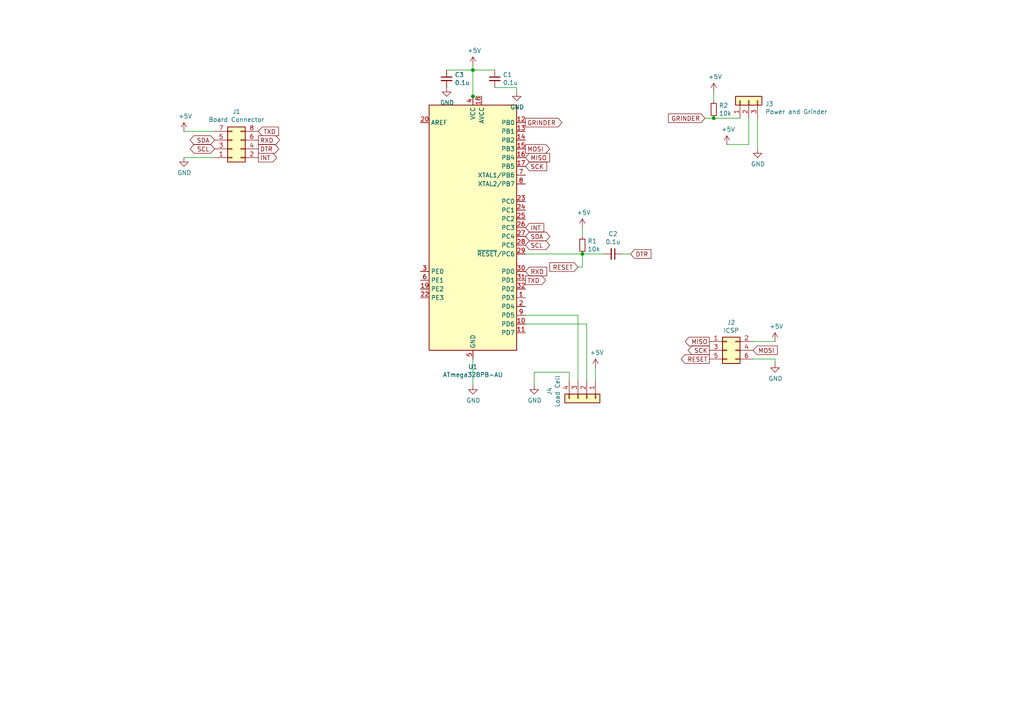
<source format=kicad_sch>
(kicad_sch (version 20230121) (generator eeschema)
  (paper "A4")
  (lib_symbols
    (symbol "Connector_Generic:Conn_01x03" (pin_names (offset 1.016) hide)
      (property "Reference" "J" (at 0 5.08 0))
      (property "Value" "Conn_01x03" (at 0 -5.08 0))
      (symbol "Conn_01x03_1_1"
        (rectangle (start -1.27 -2.413) (end 0 -2.667) (stroke (width 0.1524)))
        (rectangle (start -1.27 0.127) (end 0 -0.127) (stroke (width 0.1524)))
        (rectangle (start -1.27 2.667) (end 0 2.413) (stroke (width 0.1524)))
        (rectangle (start -1.27 3.81) (end 1.27 -3.81) (stroke (width 0.254)) (fill (type background)))
        (pin passive line (at -5.08 2.54 0) (length 3.81) (name "Pin_1") (number "1"))
        (pin passive line (at -5.08 0 0) (length 3.81) (name "Pin_2") (number "2"))
        (pin passive line (at -5.08 -2.54 0) (length 3.81) (name "Pin_3") (number "3"))
      )
    )
    (symbol "Connector_Generic:Conn_01x04" (pin_names (offset 1.016) hide)
      (property "Reference" "J" (at 0 5.08 0))
      (property "Value" "Conn_01x04" (at 0 -7.62 0))
      (symbol "Conn_01x04_1_1"
        (rectangle (start -1.27 -4.953) (end 0 -5.207) (stroke (width 0.1524)))
        (rectangle (start -1.27 -2.413) (end 0 -2.667) (stroke (width 0.1524)))
        (rectangle (start -1.27 0.127) (end 0 -0.127) (stroke (width 0.1524)))
        (rectangle (start -1.27 2.667) (end 0 2.413) (stroke (width 0.1524)))
        (rectangle (start -1.27 3.81) (end 1.27 -6.35) (stroke (width 0.254)) (fill (type background)))
        (pin passive line (at -5.08 2.54 0) (length 3.81) (name "Pin_1") (number "1"))
        (pin passive line (at -5.08 0 0) (length 3.81) (name "Pin_2") (number "2"))
        (pin passive line (at -5.08 -2.54 0) (length 3.81) (name "Pin_3") (number "3"))
        (pin passive line (at -5.08 -5.08 0) (length 3.81) (name "Pin_4") (number "4"))
      )
    )
    (symbol "Connector_Generic:Conn_02x03_Odd_Even" (pin_names (offset 1.016) hide)
      (property "Reference" "J" (at 1.27 5.08 0))
      (property "Value" "Conn_02x03_Odd_Even" (at 1.27 -5.08 0))
      (symbol "Conn_02x03_Odd_Even_1_1"
        (rectangle (start -1.27 -2.413) (end 0 -2.667) (stroke (width 0.1524)))
        (rectangle (start -1.27 0.127) (end 0 -0.127) (stroke (width 0.1524)))
        (rectangle (start -1.27 2.667) (end 0 2.413) (stroke (width 0.1524)))
        (rectangle (start -1.27 3.81) (end 3.81 -3.81) (stroke (width 0.254)) (fill (type background)))
        (rectangle (start 3.81 -2.413) (end 2.54 -2.667) (stroke (width 0.1524)))
        (rectangle (start 3.81 0.127) (end 2.54 -0.127) (stroke (width 0.1524)))
        (rectangle (start 3.81 2.667) (end 2.54 2.413) (stroke (width 0.1524)))
        (pin passive line (at -5.08 2.54 0) (length 3.81) (name "Pin_1") (number "1"))
        (pin passive line (at 7.62 2.54 180) (length 3.81) (name "Pin_2") (number "2"))
        (pin passive line (at -5.08 0 0) (length 3.81) (name "Pin_3") (number "3"))
        (pin passive line (at 7.62 0 180) (length 3.81) (name "Pin_4") (number "4"))
        (pin passive line (at -5.08 -2.54 0) (length 3.81) (name "Pin_5") (number "5"))
        (pin passive line (at 7.62 -2.54 180) (length 3.81) (name "Pin_6") (number "6"))
      )
    )
    (symbol "Connector_Generic:Conn_02x04_Odd_Even" (pin_names (offset 1.016) hide)
      (property "Reference" "J" (at 1.27 5.08 0))
      (property "Value" "Conn_02x04_Odd_Even" (at 1.27 -7.62 0))
      (symbol "Conn_02x04_Odd_Even_1_1"
        (rectangle (start -1.27 -4.953) (end 0 -5.207) (stroke (width 0.1524)))
        (rectangle (start -1.27 -2.413) (end 0 -2.667) (stroke (width 0.1524)))
        (rectangle (start -1.27 0.127) (end 0 -0.127) (stroke (width 0.1524)))
        (rectangle (start -1.27 2.667) (end 0 2.413) (stroke (width 0.1524)))
        (rectangle (start -1.27 3.81) (end 3.81 -6.35) (stroke (width 0.254)) (fill (type background)))
        (rectangle (start 3.81 -4.953) (end 2.54 -5.207) (stroke (width 0.1524)))
        (rectangle (start 3.81 -2.413) (end 2.54 -2.667) (stroke (width 0.1524)))
        (rectangle (start 3.81 0.127) (end 2.54 -0.127) (stroke (width 0.1524)))
        (rectangle (start 3.81 2.667) (end 2.54 2.413) (stroke (width 0.1524)))
        (pin passive line (at -5.08 2.54 0) (length 3.81) (name "Pin_1") (number "1"))
        (pin passive line (at 7.62 2.54 180) (length 3.81) (name "Pin_2") (number "2"))
        (pin passive line (at -5.08 0 0) (length 3.81) (name "Pin_3") (number "3"))
        (pin passive line (at 7.62 0 180) (length 3.81) (name "Pin_4") (number "4"))
        (pin passive line (at -5.08 -2.54 0) (length 3.81) (name "Pin_5") (number "5"))
        (pin passive line (at 7.62 -2.54 180) (length 3.81) (name "Pin_6") (number "6"))
        (pin passive line (at -5.08 -5.08 0) (length 3.81) (name "Pin_7") (number "7"))
        (pin passive line (at 7.62 -5.08 180) (length 3.81) (name "Pin_8") (number "8"))
      )
    )
    (symbol "Device:C_Small" (pin_numbers hide) (pin_names (offset 0.254) hide)
      (property "Reference" "C" (at 0.254 1.778 0))
      (property "Value" "C_Small" (at 0.254 -2.032 0))
      (symbol "C_Small_0_1"
        (polyline (pts (xy -1.524 -0.508) (xy 1.524 -0.508)) (stroke (width 0.3302)))
        (polyline (pts (xy -1.524 0.508) (xy 1.524 0.508)) (stroke (width 0.3048)))
      )
      (symbol "C_Small_1_1"
        (pin passive line (at 0 2.54 270) (length 2.032) (name "~") (number "1"))
        (pin passive line (at 0 -2.54 90) (length 2.032) (name "~") (number "2"))
      )
    )
    (symbol "Device:R_Small" (pin_numbers hide) (pin_names (offset 0.254) hide)
      (property "Reference" "R" (at 0.762 0.508 0))
      (property "Value" "R_Small" (at 0.762 -1.016 0))
      (symbol "R_Small_0_1"
        (rectangle (start -0.762 1.778) (end 0.762 -1.778) (stroke (width 0.2032)))
      )
      (symbol "R_Small_1_1"
        (pin passive line (at 0 2.54 270) (length 0.762) (name "~") (number "1"))
        (pin passive line (at 0 -2.54 90) (length 0.762) (name "~") (number "2"))
      )
    )
    (symbol "controller-rescue:ATmega328PB-AU-MCU_Microchip_ATmega"
      (property "Reference" "U" (at -12.7 36.83 0))
      (property "Value" "MCU_Microchip_ATmega_ATmega328PB-AU" (at 2.54 -36.83 0))
      (symbol "ATmega328PB-AU-MCU_Microchip_ATmega_0_1"
        (rectangle (start -12.7 -35.56) (end 12.7 35.56) (stroke (width 0.254)) (fill (type background)))
      )
      (symbol "ATmega328PB-AU-MCU_Microchip_ATmega_1_1"
        (pin bidirectional line (at 15.24 -20.32 180) (length 2.54) (name "PD3") (number "1"))
        (pin bidirectional line (at 15.24 -27.94 180) (length 2.54) (name "PD6") (number "10"))
        (pin bidirectional line (at 15.24 -30.48 180) (length 2.54) (name "PD7") (number "11"))
        (pin bidirectional line (at 15.24 30.48 180) (length 2.54) (name "PB0") (number "12"))
        (pin bidirectional line (at 15.24 27.94 180) (length 2.54) (name "PB1") (number "13"))
        (pin bidirectional line (at 15.24 25.4 180) (length 2.54) (name "PB2") (number "14"))
        (pin bidirectional line (at 15.24 22.86 180) (length 2.54) (name "PB3") (number "15"))
        (pin bidirectional line (at 15.24 20.32 180) (length 2.54) (name "PB4") (number "16"))
        (pin bidirectional line (at 15.24 17.78 180) (length 2.54) (name "PB5") (number "17"))
        (pin power_in line (at 2.54 38.1 270) (length 2.54) (name "AVCC") (number "18"))
        (pin bidirectional line (at -15.24 -17.78 0) (length 2.54) (name "PE2") (number "19"))
        (pin bidirectional line (at 15.24 -22.86 180) (length 2.54) (name "PD4") (number "2"))
        (pin passive line (at -15.24 30.48 0) (length 2.54) (name "AREF") (number "20"))
        (pin passive line (at 0 -38.1 90) (length 2.54) hide (name "GND") (number "21"))
        (pin bidirectional line (at -15.24 -20.32 0) (length 2.54) (name "PE3") (number "22"))
        (pin bidirectional line (at 15.24 7.62 180) (length 2.54) (name "PC0") (number "23"))
        (pin bidirectional line (at 15.24 5.08 180) (length 2.54) (name "PC1") (number "24"))
        (pin bidirectional line (at 15.24 2.54 180) (length 2.54) (name "PC2") (number "25"))
        (pin bidirectional line (at 15.24 0 180) (length 2.54) (name "PC3") (number "26"))
        (pin bidirectional line (at 15.24 -2.54 180) (length 2.54) (name "PC4") (number "27"))
        (pin bidirectional line (at 15.24 -5.08 180) (length 2.54) (name "PC5") (number "28"))
        (pin bidirectional line (at 15.24 -7.62 180) (length 2.54) (name "~{RESET}/PC6") (number "29"))
        (pin bidirectional line (at -15.24 -12.7 0) (length 2.54) (name "PE0") (number "3"))
        (pin bidirectional line (at 15.24 -12.7 180) (length 2.54) (name "PD0") (number "30"))
        (pin bidirectional line (at 15.24 -15.24 180) (length 2.54) (name "PD1") (number "31"))
        (pin bidirectional line (at 15.24 -17.78 180) (length 2.54) (name "PD2") (number "32"))
        (pin power_in line (at 0 38.1 270) (length 2.54) (name "VCC") (number "4"))
        (pin power_in line (at 0 -38.1 90) (length 2.54) (name "GND") (number "5"))
        (pin bidirectional line (at -15.24 -15.24 0) (length 2.54) (name "PE1") (number "6"))
        (pin bidirectional line (at 15.24 15.24 180) (length 2.54) (name "XTAL1/PB6") (number "7"))
        (pin bidirectional line (at 15.24 12.7 180) (length 2.54) (name "XTAL2/PB7") (number "8"))
        (pin bidirectional line (at 15.24 -25.4 180) (length 2.54) (name "PD5") (number "9"))
      )
    )
    (symbol "power:+5V" (power) (pin_names (offset 0))
      (property "Value" "+5V" (at 0 3.556 0))
      (symbol "+5V_0_1"
        (polyline (pts (xy -0.762 1.27) (xy 0 2.54)))
        (polyline (pts (xy 0 0) (xy 0 2.54)))
        (polyline (pts (xy 0 2.54) (xy 0.762 1.27)))
      )
      (symbol "+5V_1_1"
        (pin power_in line (at 0 0 90) (length 0) hide (name "+5V") (number "1"))
      )
    )
    (symbol "power:GND" (power) (pin_names (offset 0))
      (property "Value" "GND" (at 0 -3.81 0))
      (symbol "GND_0_1"
        (polyline (pts (xy 0 0) (xy 0 -1.27) (xy 1.27 -1.27) (xy 0 -2.54) (xy -1.27 -1.27) (xy 0 -1.27)))
      )
      (symbol "GND_1_1"
        (pin power_in line (at 0 0 270) (length 0) hide (name "GND") (number "1"))
      )
    )
  )
  (junction (at 168.91 73.66))
  (junction (at 137.16 20.32))
  (junction (at 137.16 27.94))
  (junction (at 207.01 34.29))
  (wire (pts (xy 152.4 93.98) (xy 170.18 93.98)))
  (wire (pts (xy 224.79 99.06) (xy 218.44 99.06)))
  (wire (pts (xy 143.51 20.32) (xy 137.16 20.32)))
  (wire (pts (xy 168.91 77.47) (xy 168.91 73.66)))
  (wire (pts (xy 154.94 111.76) (xy 154.94 107.95)))
  (wire (pts (xy 175.26 73.66) (xy 168.91 73.66)))
  (wire (pts (xy 170.18 93.98) (xy 170.18 110.49)))
  (wire (pts (xy 207.01 34.29) (xy 204.47 34.29)))
  (wire (pts (xy 167.64 91.44) (xy 152.4 91.44)))
  (wire (pts (xy 165.1 107.95) (xy 165.1 110.49)))
  (wire (pts (xy 139.7 27.94) (xy 137.16 27.94)))
  (wire (pts (xy 154.94 107.95) (xy 165.1 107.95)))
  (wire (pts (xy 137.16 27.94) (xy 137.16 20.32)))
  (wire (pts (xy 217.17 34.29) (xy 217.17 41.91)))
  (wire (pts (xy 137.16 111.76) (xy 137.16 104.14)))
  (wire (pts (xy 137.16 20.32) (xy 137.16 19.05)))
  (wire (pts (xy 180.34 73.66) (xy 182.88 73.66)))
  (wire (pts (xy 167.64 77.47) (xy 168.91 77.47)))
  (wire (pts (xy 137.16 20.32) (xy 129.54 20.32)))
  (wire (pts (xy 167.64 110.49) (xy 167.64 91.44)))
  (wire (pts (xy 53.34 45.72) (xy 62.23 45.72)))
  (wire (pts (xy 168.91 73.66) (xy 152.4 73.66)))
  (wire (pts (xy 207.01 29.21) (xy 207.01 26.67)))
  (wire (pts (xy 172.72 110.49) (xy 172.72 106.68)))
  (wire (pts (xy 219.71 43.18) (xy 219.71 34.29)))
  (wire (pts (xy 168.91 68.58) (xy 168.91 66.04)))
  (wire (pts (xy 214.63 34.29) (xy 207.01 34.29)))
  (wire (pts (xy 143.51 25.4) (xy 149.86 25.4)))
  (wire (pts (xy 218.44 104.14) (xy 224.79 104.14)))
  (wire (pts (xy 217.17 41.91) (xy 210.82 41.91)))
  (wire (pts (xy 224.79 104.14) (xy 224.79 105.41)))
  (wire (pts (xy 62.23 38.1) (xy 53.34 38.1)))
  (wire (pts (xy 149.86 25.4) (xy 149.86 26.67)))
  (global_label "SCL" (shape bidirectional) (at 152.4 71.12 0) (property "Intersheetrefs" "${INTERSHEET_REFS}" (effects hide)))
  (global_label "DTR" (shape output) (at 74.93 43.18 0) (property "Intersheetrefs" "${INTERSHEET_REFS}" (effects hide)))
  (global_label "SCL" (shape bidirectional) (at 62.23 43.18 180) (property "Intersheetrefs" "${INTERSHEET_REFS}" (effects hide)))
  (global_label "RXD" (shape output) (at 74.93 40.64 0) (property "Intersheetrefs" "${INTERSHEET_REFS}" (effects hide)))
  (global_label "SCK" (shape input) (at 152.4 48.26 0) (property "Intersheetrefs" "${INTERSHEET_REFS}" (effects hide)))
  (global_label "SDA" (shape bidirectional) (at 62.23 40.64 180) (property "Intersheetrefs" "${INTERSHEET_REFS}" (effects hide)))
  (global_label "SCK" (shape output) (at 205.74 101.6 180) (property "Intersheetrefs" "${INTERSHEET_REFS}" (effects hide)))
  (global_label "RXD" (shape input) (at 152.4 78.74 0) (property "Intersheetrefs" "${INTERSHEET_REFS}" (effects hide)))
  (global_label "TXD" (shape output) (at 152.4 81.28 0) (property "Intersheetrefs" "${INTERSHEET_REFS}" (effects hide)))
  (global_label "GRINDER" (shape output) (at 152.4 35.56 0) (property "Intersheetrefs" "${INTERSHEET_REFS}" (effects hide)))
  (global_label "MOSI" (shape output) (at 152.4 43.18 0) (property "Intersheetrefs" "${INTERSHEET_REFS}" (effects hide)))
  (global_label "MISO" (shape input) (at 152.4 45.72 0) (property "Intersheetrefs" "${INTERSHEET_REFS}" (effects hide)))
  (global_label "MOSI" (shape input) (at 218.44 101.6 0) (property "Intersheetrefs" "${INTERSHEET_REFS}" (effects hide)))
  (global_label "RESET" (shape input) (at 167.64 77.47 180) (property "Intersheetrefs" "${INTERSHEET_REFS}" (effects hide)))
  (global_label "TXD" (shape input) (at 74.93 38.1 0) (property "Intersheetrefs" "${INTERSHEET_REFS}" (effects hide)))
  (global_label "RESET" (shape output) (at 205.74 104.14 180) (property "Intersheetrefs" "${INTERSHEET_REFS}" (effects hide)))
  (global_label "SDA" (shape bidirectional) (at 152.4 68.58 0) (property "Intersheetrefs" "${INTERSHEET_REFS}" (effects hide)))
  (global_label "INT" (shape output) (at 74.93 45.72 0) (property "Intersheetrefs" "${INTERSHEET_REFS}" (effects hide)))
  (global_label "MISO" (shape output) (at 205.74 99.06 180) (property "Intersheetrefs" "${INTERSHEET_REFS}" (effects hide)))
  (global_label "DTR" (shape input) (at 182.88 73.66 0) (property "Intersheetrefs" "${INTERSHEET_REFS}" (effects hide)))
  (global_label "GRINDER" (shape input) (at 204.47 34.29 180) (property "Intersheetrefs" "${INTERSHEET_REFS}" (effects hide)))
  (global_label "INT" (shape input) (at 152.4 66.04 0) (property "Intersheetrefs" "${INTERSHEET_REFS}" (effects hide)))
  (symbol (lib_id "Connector_Generic:Conn_02x04_Odd_Even") (at 67.31 43.18 0) (mirror x) (unit 1)
    (property "Reference" "J1" (at 68.58 32.385 0))
    (property "Value" "Board Connector" (at 68.58 34.6964 0))
    (property "Footprint" "Connector_IDC:IDC-Header_2x04_P2.54mm_Vertical" (effects hide))
  )
  (symbol (lib_id "power:GND") (at 53.34 45.72 0) (unit 1)
    (property "Reference" "#PWR0101" (effects hide))
    (property "Value" "GND" (at 53.467 50.1142 0))
  )
  (symbol (lib_id "power:+5V") (at 53.34 38.1 0) (unit 1)
    (property "Reference" "#PWR0102" (effects hide))
    (property "Value" "+5V" (at 53.721 33.7058 0))
  )
  (symbol (lib_id "Connector_Generic:Conn_01x04") (at 170.18 115.57 270) (unit 1)
    (property "Reference" "J4" (at 159.385 113.4872 0))
    (property "Value" "Load Cell" (at 161.6964 113.4872 0))
    (property "Footprint" "Connector_PinHeader_2.54mm:PinHeader_1x04_P2.54mm_Vertical" (effects hide))
  )
  (symbol (lib_id "power:GND") (at 154.94 111.76 0) (unit 1)
    (property "Reference" "#PWR0113" (effects hide))
    (property "Value" "GND" (at 155.067 116.1542 0))
  )
  (symbol (lib_id "power:+5V") (at 172.72 106.68 0) (unit 1)
    (property "Reference" "#PWR0114" (effects hide))
    (property "Value" "+5V" (at 173.101 102.2858 0))
  )
  (symbol (lib_id "controller-rescue:ATmega328PB-AU-MCU_Microchip_ATmega") (at 137.16 66.04 0) (unit 1)
    (property "Reference" "U1" (at 137.16 106.4006 0))
    (property "Value" "ATmega328PB-AU" (at 137.16 108.712 0))
    (property "Footprint" "Package_QFP:TQFP-32_7x7mm_P0.8mm" (effects hide))
    (property "Datasheet" "http://ww1.microchip.com/downloads/en/DeviceDoc/40001906C.pdf" (effects hide))
  )
  (symbol (lib_id "power:+5V") (at 137.16 19.05 0) (unit 1)
    (property "Reference" "#PWR0103" (effects hide))
    (property "Value" "+5V" (at 137.541 14.6558 0))
  )
  (symbol (lib_id "power:GND") (at 149.86 26.67 0) (unit 1)
    (property "Reference" "#PWR0104" (effects hide))
    (property "Value" "GND" (at 149.987 31.0642 0))
  )
  (symbol (lib_id "Device:C_Small") (at 143.51 22.86 0) (unit 1)
    (property "Reference" "C1" (at 145.8468 21.6916 0) (effects (justify left)))
    (property "Value" "0.1u" (at 145.8468 24.003 0) (effects (justify left)))
    (property "Footprint" "coddingtonbear:0805_Milling" (effects hide))
  )
  (symbol (lib_id "power:GND") (at 137.16 111.76 0) (unit 1)
    (property "Reference" "#PWR0105" (effects hide))
    (property "Value" "GND" (at 137.287 116.1542 0))
  )
  (symbol (lib_id "Device:C_Small") (at 177.8 73.66 270) (unit 1)
    (property "Reference" "C2" (at 177.8 67.8434 90))
    (property "Value" "0.1u" (at 177.8 70.1548 90))
    (property "Footprint" "coddingtonbear:0805_Milling" (effects hide))
  )
  (symbol (lib_id "Device:R_Small") (at 168.91 71.12 0) (unit 1)
    (property "Reference" "R1" (at 170.4086 69.9516 0) (effects (justify left)))
    (property "Value" "10k" (at 170.4086 72.263 0) (effects (justify left)))
    (property "Footprint" "coddingtonbear:0805_Milling" (effects hide))
  )
  (symbol (lib_id "power:+5V") (at 168.91 66.04 0) (unit 1)
    (property "Reference" "#PWR0106" (effects hide))
    (property "Value" "+5V" (at 169.291 61.6458 0))
  )
  (symbol (lib_id "Connector_Generic:Conn_01x03") (at 217.17 29.21 90) (unit 1)
    (property "Reference" "J3" (at 221.9452 30.1244 90) (effects (justify right)))
    (property "Value" "Power and Grinder" (at 221.9452 32.4358 90) (effects (justify right)))
    (property "Footprint" "Connector_PinHeader_2.54mm:PinHeader_1x03_P2.54mm_Vertical" (effects hide))
  )
  (symbol (lib_id "Device:R_Small") (at 207.01 31.75 0) (unit 1)
    (property "Reference" "R2" (at 208.5086 30.5816 0) (effects (justify left)))
    (property "Value" "10k" (at 208.5086 32.893 0) (effects (justify left)))
    (property "Footprint" "coddingtonbear:0805_Milling" (effects hide))
  )
  (symbol (lib_id "power:+5V") (at 207.01 26.67 0) (unit 1)
    (property "Reference" "#PWR0107" (effects hide))
    (property "Value" "+5V" (at 207.391 22.2758 0))
  )
  (symbol (lib_id "power:+5V") (at 210.82 41.91 0) (unit 1)
    (property "Reference" "#PWR0108" (effects hide))
    (property "Value" "+5V" (at 211.201 37.5158 0))
  )
  (symbol (lib_id "power:GND") (at 219.71 43.18 0) (unit 1)
    (property "Reference" "#PWR0109" (effects hide))
    (property "Value" "GND" (at 219.837 47.5742 0))
  )
  (symbol (lib_id "Connector_Generic:Conn_02x03_Odd_Even") (at 210.82 101.6 0) (unit 1)
    (property "Reference" "J2" (at 212.09 93.5482 0))
    (property "Value" "ICSP" (at 212.09 95.8596 0))
    (property "Footprint" "Connector_PinHeader_2.54mm:PinHeader_2x03_P2.54mm_Vertical" (effects hide))
  )
  (symbol (lib_id "power:+5V") (at 224.79 99.06 0) (unit 1)
    (property "Reference" "#PWR0110" (effects hide))
    (property "Value" "+5V" (at 225.171 94.6658 0))
  )
  (symbol (lib_id "power:GND") (at 224.79 105.41 0) (unit 1)
    (property "Reference" "#PWR0111" (effects hide))
    (property "Value" "GND" (at 224.917 109.8042 0))
  )
  (symbol (lib_id "Device:C_Small") (at 129.54 22.86 0) (unit 1)
    (property "Reference" "C3" (at 131.8768 21.6916 0) (effects (justify left)))
    (property "Value" "0.1u" (at 131.8768 24.003 0) (effects (justify left)))
    (property "Footprint" "coddingtonbear:0805_Milling" (effects hide))
  )
  (symbol (lib_id "power:GND") (at 129.54 25.4 0) (unit 1)
    (property "Reference" "#PWR0112" (effects hide))
    (property "Value" "GND" (at 129.667 29.7942 0))
  )
)
</source>
